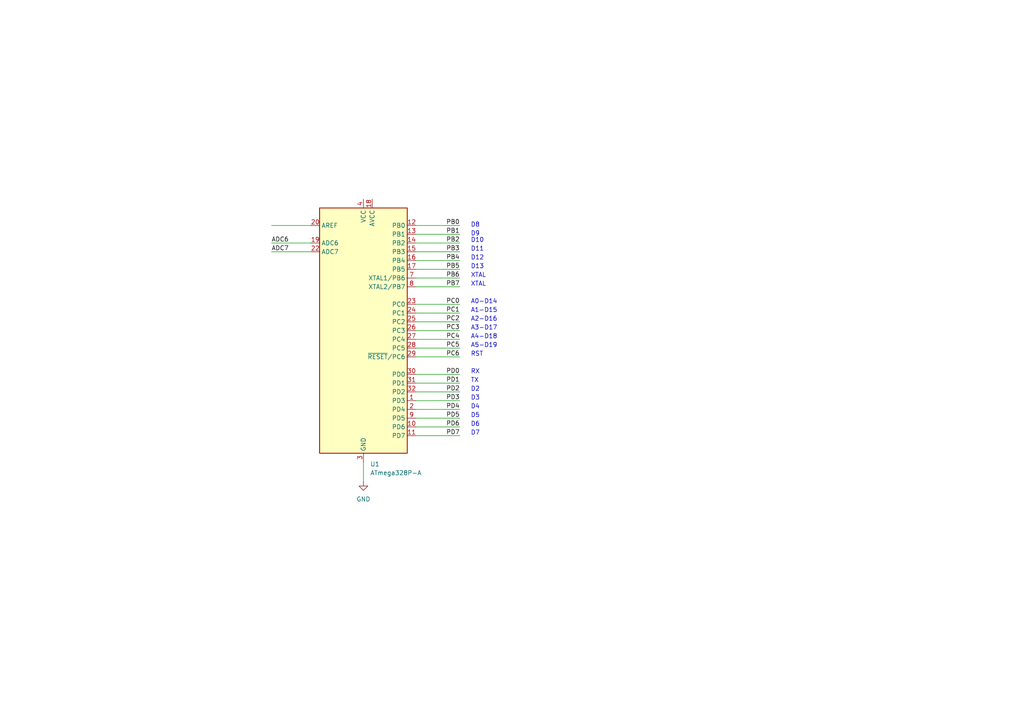
<source format=kicad_sch>
(kicad_sch (version 20230121) (generator eeschema)
  (paper "A4")
  (lib_symbols
    (symbol "MCU_Microchip_ATmega:ATmega328P-A"
      (property "Reference" "U" (at -12.7 36.83 0))
      (property "Value" "ATmega328P-A" (at 2.54 -36.83 0))
      (symbol "ATmega328P-A_0_1"
        (rectangle (start -12.7 -35.56) (end 12.7 35.56) (stroke (width 0.254)) (fill (type background)))
      )
      (symbol "ATmega328P-A_1_1"
        (pin bidirectional line (at 15.24 -20.32 180) (length 2.54) (name "PD3") (number "1"))
        (pin bidirectional line (at 15.24 -27.94 180) (length 2.54) (name "PD6") (number "10"))
        (pin bidirectional line (at 15.24 -30.48 180) (length 2.54) (name "PD7") (number "11"))
        (pin bidirectional line (at 15.24 30.48 180) (length 2.54) (name "PB0") (number "12"))
        (pin bidirectional line (at 15.24 27.94 180) (length 2.54) (name "PB1") (number "13"))
        (pin bidirectional line (at 15.24 25.4 180) (length 2.54) (name "PB2") (number "14"))
        (pin bidirectional line (at 15.24 22.86 180) (length 2.54) (name "PB3") (number "15"))
        (pin bidirectional line (at 15.24 20.32 180) (length 2.54) (name "PB4") (number "16"))
        (pin bidirectional line (at 15.24 17.78 180) (length 2.54) (name "PB5") (number "17"))
        (pin power_in line (at 2.54 38.1 270) (length 2.54) (name "AVCC") (number "18"))
        (pin input line (at -15.24 25.4 0) (length 2.54) (name "ADC6") (number "19"))
        (pin bidirectional line (at 15.24 -22.86 180) (length 2.54) (name "PD4") (number "2"))
        (pin passive line (at -15.24 30.48 0) (length 2.54) (name "AREF") (number "20"))
        (pin passive line (at 0 -38.1 90) (length 2.54) hide (name "GND") (number "21"))
        (pin input line (at -15.24 22.86 0) (length 2.54) (name "ADC7") (number "22"))
        (pin bidirectional line (at 15.24 7.62 180) (length 2.54) (name "PC0") (number "23"))
        (pin bidirectional line (at 15.24 5.08 180) (length 2.54) (name "PC1") (number "24"))
        (pin bidirectional line (at 15.24 2.54 180) (length 2.54) (name "PC2") (number "25"))
        (pin bidirectional line (at 15.24 0 180) (length 2.54) (name "PC3") (number "26"))
        (pin bidirectional line (at 15.24 -2.54 180) (length 2.54) (name "PC4") (number "27"))
        (pin bidirectional line (at 15.24 -5.08 180) (length 2.54) (name "PC5") (number "28"))
        (pin bidirectional line (at 15.24 -7.62 180) (length 2.54) (name "~{RESET}/PC6") (number "29"))
        (pin power_in line (at 0 -38.1 90) (length 2.54) (name "GND") (number "3"))
        (pin bidirectional line (at 15.24 -12.7 180) (length 2.54) (name "PD0") (number "30"))
        (pin bidirectional line (at 15.24 -15.24 180) (length 2.54) (name "PD1") (number "31"))
        (pin bidirectional line (at 15.24 -17.78 180) (length 2.54) (name "PD2") (number "32"))
        (pin power_in line (at 0 38.1 270) (length 2.54) (name "VCC") (number "4"))
        (pin passive line (at 0 -38.1 90) (length 2.54) hide (name "GND") (number "5"))
        (pin passive line (at 0 38.1 270) (length 2.54) hide (name "VCC") (number "6"))
        (pin bidirectional line (at 15.24 15.24 180) (length 2.54) (name "XTAL1/PB6") (number "7"))
        (pin bidirectional line (at 15.24 12.7 180) (length 2.54) (name "XTAL2/PB7") (number "8"))
        (pin bidirectional line (at 15.24 -25.4 180) (length 2.54) (name "PD5") (number "9"))
      )
    )
    (symbol "power:GND" (power) (pin_names (offset 0))
      (property "Value" "GND" (at 0 -3.81 0))
      (symbol "GND_0_1"
        (polyline (pts (xy 0 0) (xy 0 -1.27) (xy 1.27 -1.27) (xy 0 -2.54) (xy -1.27 -1.27) (xy 0 -1.27)))
      )
      (symbol "GND_1_1"
        (pin power_in line (at 0 0 270) (length 0) hide (name "GND") (number "1"))
      )
    )
  )
  (wire (pts (xy 78.74 70.485) (xy 90.17 70.485)))
  (wire (pts (xy 120.65 78.105) (xy 133.35 78.105)))
  (wire (pts (xy 120.65 70.485) (xy 133.35 70.485)))
  (wire (pts (xy 120.65 93.345) (xy 133.35 93.345)))
  (wire (pts (xy 120.65 103.505) (xy 133.35 103.505)))
  (wire (pts (xy 120.65 118.745) (xy 133.35 118.745)))
  (wire (pts (xy 120.65 65.405) (xy 133.35 65.405)))
  (wire (pts (xy 120.65 111.125) (xy 133.35 111.125)))
  (wire (pts (xy 120.65 75.565) (xy 133.35 75.565)))
  (wire (pts (xy 120.65 100.965) (xy 133.35 100.965)))
  (wire (pts (xy 105.41 133.985) (xy 105.41 139.7)))
  (wire (pts (xy 120.65 95.885) (xy 133.35 95.885)))
  (wire (pts (xy 120.65 126.365) (xy 133.35 126.365)))
  (wire (pts (xy 120.65 88.265) (xy 133.35 88.265)))
  (wire (pts (xy 120.65 108.585) (xy 133.35 108.585)))
  (wire (pts (xy 120.65 73.025) (xy 133.35 73.025)))
  (wire (pts (xy 120.65 67.945) (xy 133.35 67.945)))
  (wire (pts (xy 78.74 73.025) (xy 90.17 73.025)))
  (wire (pts (xy 120.65 113.665) (xy 133.35 113.665)))
  (wire (pts (xy 78.74 65.405) (xy 90.17 65.405)))
  (wire (pts (xy 120.65 80.645) (xy 133.35 80.645)))
  (wire (pts (xy 120.65 98.425) (xy 133.35 98.425)))
  (wire (pts (xy 120.65 83.185) (xy 133.35 83.185)))
  (wire (pts (xy 120.65 90.805) (xy 133.35 90.805)))
  (wire (pts (xy 120.65 121.285) (xy 133.35 121.285)))
  (wire (pts (xy 120.65 123.825) (xy 133.35 123.825)))
  (wire (pts (xy 120.65 116.205) (xy 133.35 116.205)))
  (text "D8" (at 136.525 66.04 0) (effects (font (size 1.27 1.27)) (justify left bottom)))
  (text "XTAL\n" (at 136.525 80.645 0) (effects (font (size 1.27 1.27)) (justify left bottom)))
  (text "A3-D17" (at 136.525 95.885 0) (effects (font (size 1.27 1.27)) (justify left bottom)))
  (text "RX" (at 136.525 108.585 0) (effects (font (size 1.27 1.27)) (justify left bottom)))
  (text "XTAL\n" (at 136.525 83.185 0) (effects (font (size 1.27 1.27)) (justify left bottom)))
  (text "A0-D14" (at 136.525 88.265 0) (effects (font (size 1.27 1.27)) (justify left bottom)))
  (text "D5" (at 136.525 121.285 0) (effects (font (size 1.27 1.27)) (justify left bottom)))
  (text "A4-D18" (at 136.525 98.425 0) (effects (font (size 1.27 1.27)) (justify left bottom)))
  (text "TX" (at 136.525 111.125 0) (effects (font (size 1.27 1.27)) (justify left bottom)))
  (text "A1-D15" (at 136.525 90.805 0) (effects (font (size 1.27 1.27)) (justify left bottom)))
  (text "D9" (at 136.525 68.58 0) (effects (font (size 1.27 1.27)) (justify left bottom)))
  (text "D3" (at 136.525 116.205 0) (effects (font (size 1.27 1.27)) (justify left bottom)))
  (text "D4" (at 136.525 118.745 0) (effects (font (size 1.27 1.27)) (justify left bottom)))
  (text "D12" (at 136.525 75.565 0) (effects (font (size 1.27 1.27)) (justify left bottom)))
  (text "D6" (at 136.525 123.825 0) (effects (font (size 1.27 1.27)) (justify left bottom)))
  (text "D10" (at 136.525 70.485 0) (effects (font (size 1.27 1.27)) (justify left bottom)))
  (text "A2-D16" (at 136.525 93.345 0) (effects (font (size 1.27 1.27)) (justify left bottom)))
  (text "D2" (at 136.525 113.665 0) (effects (font (size 1.27 1.27)) (justify left bottom)))
  (text "RST" (at 136.525 103.505 0) (effects (font (size 1.27 1.27)) (justify left bottom)))
  (text "D11" (at 136.525 73.025 0) (effects (font (size 1.27 1.27)) (justify left bottom)))
  (text "D13" (at 136.525 78.105 0) (effects (font (size 1.27 1.27)) (justify left bottom)))
  (text "A5-D19" (at 136.525 100.965 0) (effects (font (size 1.27 1.27)) (justify left bottom)))
  (text "D7" (at 136.525 126.365 0) (effects (font (size 1.27 1.27)) (justify left bottom)))
  (label "PD7" (at 133.35 126.365 180))
  (label "PC6" (at 133.35 103.505 180))
  (label "PD6" (at 133.35 123.825 180))
  (label "PC5" (at 133.35 100.965 180))
  (label "PC1" (at 133.35 90.805 180))
  (label "PD1" (at 133.35 111.125 180))
  (label "PB5" (at 133.35 78.105 180))
  (label "PB0" (at 133.35 65.405 180))
  (label "PB1" (at 133.35 67.945 180))
  (label "PB6" (at 133.35 80.645 180))
  (label "PD3" (at 133.35 116.205 180))
  (label "ADC6" (at 78.74 70.485 0))
  (label "PB7" (at 133.35 83.185 180))
  (label "PC3" (at 133.35 95.885 180))
  (label "ADC7" (at 78.74 73.025 0))
  (label "PD2" (at 133.35 113.665 180))
  (label "PB3" (at 133.35 73.025 180))
  (label "PD0" (at 133.35 108.585 180))
  (label "PD5" (at 133.35 121.285 180))
  (label "PC0" (at 133.35 88.265 180))
  (label "PC4" (at 133.35 98.425 180))
  (label "PB4" (at 133.35 75.565 180))
  (label "PC2" (at 133.35 93.345 180))
  (label "PD4" (at 133.35 118.745 180))
  (label "PB2" (at 133.35 70.485 180))
  (symbol (lib_id "MCU_Microchip_ATmega:ATmega328P-A") (at 105.41 95.885 0) (unit 1)
    (property "Reference" "U1" (at 107.3659 134.62 0) (effects (justify left)))
    (property "Value" "ATmega328P-A" (at 107.3659 137.16 0) (effects (justify left)))
    (property "Footprint" "Package_QFP:TQFP-32_7x7mm_P0.8mm" (effects hide))
    (property "Datasheet" "http://ww1.microchip.com/downloads/en/DeviceDoc/ATmega328_P%20AVR%20MCU%20with%20picoPower%20Technology%20Data%20Sheet%2040001984A.pdf" (effects hide))
  )
  (symbol (lib_id "power:GND") (at 105.41 139.7 0) (unit 1)
    (property "Reference" "#PWR01" (effects hide))
    (property "Value" "GND" (at 105.41 144.78 0))
  )
)
</source>
